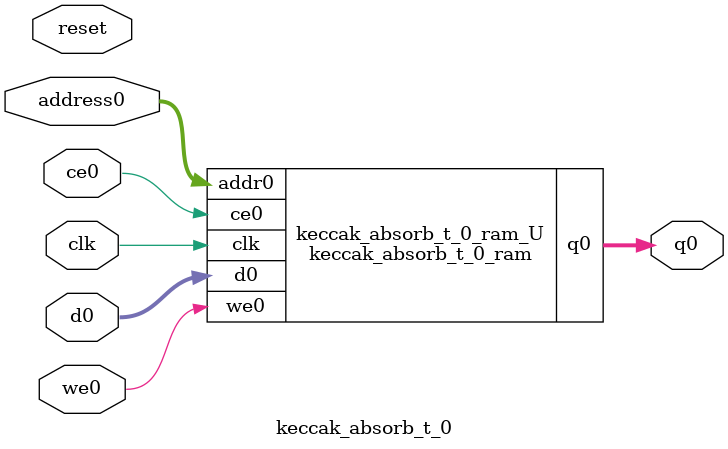
<source format=v>
`timescale 1 ns / 1 ps
module keccak_absorb_t_0_ram (addr0, ce0, d0, we0, q0,  clk);

parameter DWIDTH = 8;
parameter AWIDTH = 6;
parameter MEM_SIZE = 50;

input[AWIDTH-1:0] addr0;
input ce0;
input[DWIDTH-1:0] d0;
input we0;
output reg[DWIDTH-1:0] q0;
input clk;

(* ram_style = "distributed" *)reg [DWIDTH-1:0] ram[0:MEM_SIZE-1];




always @(posedge clk)  
begin 
    if (ce0) 
    begin
        if (we0) 
        begin 
            ram[addr0] <= d0; 
        end 
        q0 <= ram[addr0];
    end
end


endmodule

`timescale 1 ns / 1 ps
module keccak_absorb_t_0(
    reset,
    clk,
    address0,
    ce0,
    we0,
    d0,
    q0);

parameter DataWidth = 32'd8;
parameter AddressRange = 32'd50;
parameter AddressWidth = 32'd6;
input reset;
input clk;
input[AddressWidth - 1:0] address0;
input ce0;
input we0;
input[DataWidth - 1:0] d0;
output[DataWidth - 1:0] q0;



keccak_absorb_t_0_ram keccak_absorb_t_0_ram_U(
    .clk( clk ),
    .addr0( address0 ),
    .ce0( ce0 ),
    .we0( we0 ),
    .d0( d0 ),
    .q0( q0 ));

endmodule


</source>
